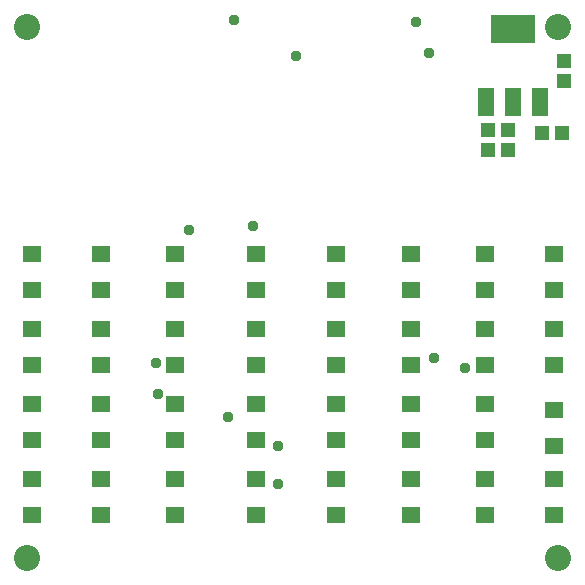
<source format=gts>
G75*
%MOIN*%
%OFA0B0*%
%FSLAX25Y25*%
%IPPOS*%
%LPD*%
%AMOC8*
5,1,8,0,0,1.08239X$1,22.5*
%
%ADD10C,0.08674*%
%ADD11R,0.05600X0.09600*%
%ADD12R,0.14973X0.09461*%
%ADD13R,0.06312X0.05524*%
%ADD14R,0.05131X0.04737*%
%ADD15R,0.04737X0.05131*%
%ADD16C,0.03778*%
D10*
X0016343Y0017327D03*
X0193508Y0017327D03*
X0193508Y0194492D03*
X0016343Y0194492D03*
D11*
X0169211Y0169182D03*
X0178311Y0169182D03*
X0187411Y0169182D03*
D12*
X0178311Y0193583D03*
D13*
X0169059Y0118587D03*
X0169059Y0106776D03*
X0169059Y0093587D03*
X0169059Y0081776D03*
X0169059Y0068587D03*
X0169059Y0056776D03*
X0169059Y0043587D03*
X0169059Y0031776D03*
X0191933Y0031776D03*
X0191933Y0043587D03*
X0191933Y0054807D03*
X0191933Y0066618D03*
X0191933Y0081776D03*
X0191933Y0093587D03*
X0191933Y0106776D03*
X0191933Y0118587D03*
X0144217Y0118587D03*
X0144217Y0106776D03*
X0144217Y0093587D03*
X0144217Y0081776D03*
X0144217Y0068587D03*
X0144217Y0056776D03*
X0144217Y0043587D03*
X0144217Y0031776D03*
X0119374Y0031776D03*
X0119374Y0043587D03*
X0119374Y0056776D03*
X0119374Y0068587D03*
X0119374Y0081776D03*
X0119374Y0093587D03*
X0119374Y0106776D03*
X0119374Y0118587D03*
X0092563Y0118587D03*
X0092563Y0106776D03*
X0092563Y0093587D03*
X0092563Y0081776D03*
X0092563Y0068587D03*
X0092563Y0056776D03*
X0092563Y0043587D03*
X0092563Y0031776D03*
X0065752Y0031776D03*
X0065752Y0043587D03*
X0065752Y0056776D03*
X0065752Y0068587D03*
X0065752Y0081776D03*
X0065752Y0093587D03*
X0065752Y0106776D03*
X0065752Y0118587D03*
X0040909Y0118587D03*
X0040909Y0106776D03*
X0040909Y0093587D03*
X0040909Y0081776D03*
X0040909Y0068587D03*
X0040909Y0056776D03*
X0040909Y0043587D03*
X0040909Y0031776D03*
X0018035Y0031776D03*
X0018035Y0043587D03*
X0018035Y0056776D03*
X0018035Y0068587D03*
X0018035Y0081776D03*
X0018035Y0093587D03*
X0018035Y0106776D03*
X0018035Y0118587D03*
D14*
X0169965Y0153508D03*
X0176657Y0153508D03*
X0176657Y0160043D03*
X0169965Y0160043D03*
X0188154Y0158980D03*
X0194846Y0158980D03*
D15*
X0195476Y0176382D03*
X0195476Y0183075D03*
D16*
X0150201Y0185629D03*
X0146133Y0195865D03*
X0105909Y0184650D03*
X0085503Y0196652D03*
X0091539Y0127957D03*
X0070476Y0126579D03*
X0059256Y0082287D03*
X0060043Y0072051D03*
X0083518Y0064325D03*
X0100004Y0054728D03*
X0100004Y0041933D03*
X0152071Y0083961D03*
X0162406Y0080713D03*
M02*

</source>
